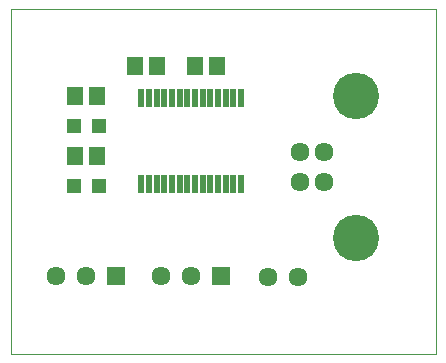
<source format=gts>
G75*
G70*
%OFA0B0*%
%FSLAX24Y24*%
%IPPOS*%
%LPD*%
%AMOC8*
5,1,8,0,0,1.08239X$1,22.5*
%
%ADD10C,0.0000*%
%ADD11R,0.0197X0.0631*%
%ADD12C,0.1542*%
%ADD13C,0.0634*%
%ADD14R,0.0552X0.0631*%
%ADD15R,0.0634X0.0634*%
%ADD16R,0.0512X0.0512*%
D10*
X001046Y003014D02*
X001046Y014530D01*
X015219Y014530D01*
X015219Y003014D01*
X001046Y003014D01*
D11*
X005398Y008701D03*
X005654Y008701D03*
X005910Y008701D03*
X006166Y008701D03*
X006422Y008701D03*
X006678Y008701D03*
X006934Y008701D03*
X007190Y008701D03*
X007445Y008701D03*
X007701Y008701D03*
X007957Y008701D03*
X008213Y008701D03*
X008469Y008701D03*
X008725Y008701D03*
X008725Y011556D03*
X008469Y011556D03*
X008213Y011556D03*
X007957Y011556D03*
X007701Y011556D03*
X007445Y011556D03*
X007190Y011556D03*
X006934Y011556D03*
X006678Y011556D03*
X006422Y011556D03*
X006166Y011556D03*
X005910Y011556D03*
X005654Y011556D03*
X005398Y011556D03*
D12*
X012562Y011629D03*
X012562Y006888D03*
D13*
X011495Y008766D03*
X010707Y008766D03*
X010707Y009751D03*
X011495Y009751D03*
X010609Y005593D03*
X009609Y005593D03*
X007062Y005629D03*
X006062Y005629D03*
X003562Y005629D03*
X002562Y005629D03*
D14*
X003188Y009629D03*
X003936Y009629D03*
X003936Y011629D03*
X003188Y011629D03*
X005188Y012629D03*
X005936Y012629D03*
X007188Y012629D03*
X007936Y012629D03*
D15*
X008062Y005629D03*
X004562Y005629D03*
D16*
X003975Y008629D03*
X003148Y008629D03*
X003148Y010629D03*
X003975Y010629D03*
M02*

</source>
